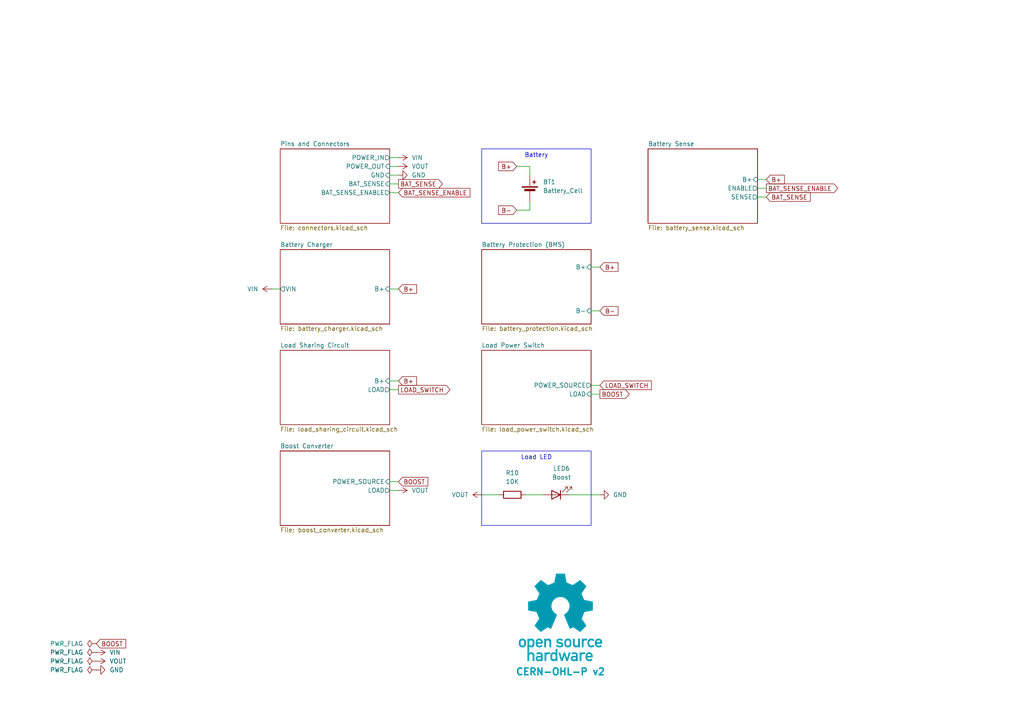
<source format=kicad_sch>
(kicad_sch (version 20231120) (generator "eeschema") (generator_version "8.0")
  (paper "A4")
  (lib_symbols
    (symbol "Device:Battery_Cell" (pin_numbers hide) (pin_names (offset 0) hide)
      (property "Reference" "BT" (at 2.54 2.54 0))
      (property "Value" "Battery_Cell" (at 2.54 0 0))
      (symbol "Battery_Cell_0_1"
        (rectangle (start -2.286 1.778) (end 2.286 1.524) (fill (type outline)))
        (rectangle (start -1.524 1.016) (end 1.524 0.508) (fill (type outline)))
        (polyline (pts (xy 0 0.762) (xy 0 0)))
        (polyline (pts (xy 0 1.778) (xy 0 2.54)))
        (polyline (pts (xy 0.762 3.048) (xy 1.778 3.048)) (stroke (width 0.254)))
        (polyline (pts (xy 1.27 3.556) (xy 1.27 2.54)) (stroke (width 0.254)))
      )
      (symbol "Battery_Cell_1_1"
        (pin passive line (at 0 5.08 270) (length 2.54) (name "+") (number "1"))
        (pin passive line (at 0 -2.54 90) (length 2.54) (name "-") (number "2"))
      )
    )
    (symbol "Device:LED" (pin_numbers hide) (pin_names (offset 1.016) hide)
      (property "Reference" "D" (at 0 2.54 0))
      (property "Value" "LED" (at 0 -2.54 0))
      (symbol "LED_0_1"
        (polyline (pts (xy -1.27 -1.27) (xy -1.27 1.27)) (stroke (width 0.254)))
        (polyline (pts (xy -1.27 0) (xy 1.27 0)))
        (polyline (pts (xy 1.27 -1.27) (xy 1.27 1.27) (xy -1.27 0) (xy 1.27 -1.27)) (stroke (width 0.254)))
        (polyline (pts (xy -3.048 -0.762) (xy -4.572 -2.286) (xy -3.81 -2.286) (xy -4.572 -2.286) (xy -4.572 -1.524)))
        (polyline (pts (xy -1.778 -0.762) (xy -3.302 -2.286) (xy -2.54 -2.286) (xy -3.302 -2.286) (xy -3.302 -1.524)))
      )
      (symbol "LED_1_1"
        (pin passive line (at -3.81 0 0) (length 2.54) (name "K") (number "1"))
        (pin passive line (at 3.81 0 180) (length 2.54) (name "A") (number "2"))
      )
    )
    (symbol "Device:R" (pin_numbers hide) (pin_names (offset 0))
      (property "Reference" "R" (at 2.032 0 90))
      (property "Value" "R" (at 0 0 90))
      (symbol "R_0_1"
        (rectangle (start -1.016 -2.54) (end 1.016 2.54) (stroke (width 0.254)))
      )
      (symbol "R_1_1"
        (pin passive line (at 0 3.81 270) (length 1.27) (name "~") (number "1"))
        (pin passive line (at 0 -3.81 90) (length 1.27) (name "~") (number "2"))
      )
    )
    (symbol "power:+5V" (power) (pin_numbers hide) (pin_names (offset 0) hide)
      (property "Value" "+5V" (at 0 3.556 0))
      (symbol "+5V_0_1"
        (polyline (pts (xy -0.762 1.27) (xy 0 2.54)))
        (polyline (pts (xy 0 0) (xy 0 2.54)))
        (polyline (pts (xy 0 2.54) (xy 0.762 1.27)))
      )
      (symbol "+5V_1_1"
        (pin power_in line (at 0 0 90) (length 0) (name "~") (number "1"))
      )
    )
    (symbol "power:GND" (power) (pin_numbers hide) (pin_names (offset 0) hide)
      (property "Value" "GND" (at 0 -3.81 0))
      (symbol "GND_0_1"
        (polyline (pts (xy 0 0) (xy 0 -1.27) (xy 1.27 -1.27) (xy 0 -2.54) (xy -1.27 -1.27) (xy 0 -1.27)))
      )
      (symbol "GND_1_1"
        (pin power_in line (at 0 0 270) (length 0) (name "~") (number "1"))
      )
    )
    (symbol "power:PWR_FLAG" (power) (pin_numbers hide) (pin_names (offset 0) hide)
      (property "Value" "PWR_FLAG" (at 0 3.81 0))
      (symbol "PWR_FLAG_0_0"
        (pin power_out line (at 0 0 90) (length 0) (name "~") (number "1"))
      )
      (symbol "PWR_FLAG_0_1"
        (polyline (pts (xy 0 0) (xy 0 1.27) (xy -1.016 1.905) (xy 0 2.54) (xy 1.016 1.905) (xy 0 1.27)))
      )
    )
    (symbol "power:VCC" (power) (pin_numbers hide) (pin_names (offset 0) hide)
      (property "Value" "VCC" (at 0 3.556 0))
      (symbol "VCC_0_1"
        (polyline (pts (xy -0.762 1.27) (xy 0 2.54)))
        (polyline (pts (xy 0 0) (xy 0 2.54)))
        (polyline (pts (xy 0 2.54) (xy 0.762 1.27)))
      )
      (symbol "VCC_1_1"
        (pin power_in line (at 0 0 90) (length 0) (name "~") (number "1"))
      )
    )
  )
  (wire (pts (xy 78.74 83.82) (xy 81.28 83.82)))
  (wire (pts (xy 219.71 52.07) (xy 222.25 52.07)))
  (wire (pts (xy 115.57 48.26) (xy 113.03 48.26)))
  (wire (pts (xy 139.7 143.51) (xy 144.78 143.51)))
  (wire (pts (xy 152.4 143.51) (xy 157.48 143.51)))
  (wire (pts (xy 219.71 54.61) (xy 222.25 54.61)))
  (wire (pts (xy 115.57 55.88) (xy 113.03 55.88)))
  (wire (pts (xy 115.57 139.7) (xy 113.03 139.7)))
  (wire (pts (xy 173.99 114.3) (xy 171.45 114.3)))
  (wire (pts (xy 115.57 53.34) (xy 113.03 53.34)))
  (wire (pts (xy 173.99 77.47) (xy 171.45 77.47)))
  (wire (pts (xy 115.57 45.72) (xy 113.03 45.72)))
  (wire (pts (xy 115.57 50.8) (xy 113.03 50.8)))
  (wire (pts (xy 173.99 143.51) (xy 165.1 143.51)))
  (wire (pts (xy 115.57 142.24) (xy 113.03 142.24)))
  (wire (pts (xy 149.86 48.26) (xy 153.67 48.26)))
  (wire (pts (xy 113.03 83.82) (xy 115.57 83.82)))
  (wire (pts (xy 173.99 111.76) (xy 171.45 111.76)))
  (wire (pts (xy 219.71 57.15) (xy 222.25 57.15)))
  (wire (pts (xy 153.67 60.96) (xy 149.86 60.96)))
  (wire (pts (xy 115.57 110.49) (xy 113.03 110.49)))
  (wire (pts (xy 153.67 48.26) (xy 153.67 50.8)))
  (wire (pts (xy 173.99 90.17) (xy 171.45 90.17)))
  (wire (pts (xy 153.67 60.96) (xy 153.67 58.42)))
  (wire (pts (xy 115.57 113.03) (xy 113.03 113.03)))
  (image (at 162.56 179.07) (scale 0.37481))
  (text_box "Battery" (at 139.7 43.18 0) (size 31.75 21.59) (effects (font (size 1.27 1.27)) (justify top)))
  (text_box "Load LED" (at 139.7 130.81 0) (size 31.75 21.59) (effects (font (size 1.27 1.27)) (justify top)))
  (text "CERN-OHL-P v2" (at 162.56 195.072 0) (effects (font (size 2 2) (thickness 0.4) (bold yes))))
  (global_label "BOOST" (shape input) (at 115.57 139.7 0) (property "Intersheetrefs" "${INTERSHEET_REFS}" (effects (hide yes))))
  (global_label "B+" (shape input) (at 149.86 48.26 180) (property "Intersheetrefs" "${INTERSHEET_REFS}" (effects (hide yes))))
  (global_label "BAT_SENSE" (shape input) (at 222.25 57.15 0) (property "Intersheetrefs" "${INTERSHEET_REFS}" (effects (hide yes))))
  (global_label "B+" (shape input) (at 115.57 83.82 0) (property "Intersheetrefs" "${INTERSHEET_REFS}" (effects (hide yes))))
  (global_label "B+" (shape input) (at 222.25 52.07 0) (property "Intersheetrefs" "${INTERSHEET_REFS}" (effects (hide yes))))
  (global_label "LOAD_SWITCH" (shape input) (at 173.99 111.76 0) (property "Intersheetrefs" "${INTERSHEET_REFS}" (effects (hide yes))))
  (global_label "BOOST" (shape output) (at 173.99 114.3 0) (property "Intersheetrefs" "${INTERSHEET_REFS}" (effects (hide yes))))
  (global_label "BAT_SENSE_ENABLE" (shape output) (at 222.25 54.61 0) (property "Intersheetrefs" "${INTERSHEET_REFS}" (effects (hide yes))))
  (global_label "BAT_SENSE" (shape output) (at 115.57 53.34 0) (property "Intersheetrefs" "${INTERSHEET_REFS}" (effects (hide yes))))
  (global_label "B-" (shape input) (at 173.99 90.17 0) (property "Intersheetrefs" "${INTERSHEET_REFS}" (effects (hide yes))))
  (global_label "LOAD_SWITCH" (shape output) (at 115.57 113.03 0) (property "Intersheetrefs" "${INTERSHEET_REFS}" (effects (hide yes))))
  (global_label "B+" (shape input) (at 173.99 77.47 0) (property "Intersheetrefs" "${INTERSHEET_REFS}" (effects (hide yes))))
  (global_label "B-" (shape input) (at 149.86 60.96 180) (property "Intersheetrefs" "${INTERSHEET_REFS}" (effects (hide yes))))
  (global_label "BAT_SENSE_ENABLE" (shape input) (at 115.57 55.88 0) (property "Intersheetrefs" "${INTERSHEET_REFS}" (effects (hide yes))))
  (global_label "B+" (shape input) (at 115.57 110.49 0) (property "Intersheetrefs" "${INTERSHEET_REFS}" (effects (hide yes))))
  (global_label "BOOST" (shape input) (at 27.94 186.69 0) (property "Intersheetrefs" "${INTERSHEET_REFS}" (effects (hide yes))))
  (symbol (lib_id "power:VCC") (at 115.57 45.72 270) (unit 1)
    (property "Reference" "#PWR014" (effects (hide yes)))
    (property "Value" "VIN" (at 119.38 45.7199 90) (effects (justify left)))
    (property "Description" "Power symbol creates a global label with name \"VCC\"" (effects (hide yes)))
  )
  (symbol (lib_id "power:VCC") (at 78.74 83.82 90) (unit 1)
    (property "Reference" "#PWR01" (effects (hide yes)))
    (property "Value" "VIN" (at 74.93 83.8199 90) (effects (justify left)))
    (property "Description" "Power symbol creates a global label with name \"VCC\"" (effects (hide yes)))
  )
  (symbol (lib_id "power:+5V") (at 115.57 48.26 270) (unit 1)
    (property "Reference" "#PWR015" (effects (hide yes)))
    (property "Value" "VOUT" (at 119.38 48.2599 90) (effects (justify left)))
    (property "Description" "Power symbol creates a global label with name \"+5V\"" (effects (hide yes)))
  )
  (symbol (lib_id "Device:R") (at 148.59 143.51 90) (mirror x) (unit 1)
    (property "Reference" "R10" (at 148.59 137.16 90))
    (property "Value" "10K" (at 148.59 139.7 90))
    (property "Footprint" "Resistor_SMD:R_0402_1005Metric" (effects (hide yes)))
    (property "Description" "Resistor" (effects (hide yes)))
    (property "LCSC Part" "C25744" (effects (hide yes)))
  )
  (symbol (lib_id "power:PWR_FLAG") (at 27.94 191.77 90) (unit 1)
    (property "Reference" "#FLG02" (effects (hide yes)))
    (property "Value" "PWR_FLAG" (at 24.13 191.7699 90) (effects (justify left)))
    (property "Description" "Special symbol for telling ERC where power comes from" (effects (hide yes)))
  )
  (symbol (lib_id "power:GND") (at 27.94 194.31 90) (unit 1)
    (property "Reference" "#PWR021" (effects (hide yes)))
    (property "Value" "GND" (at 31.75 194.31 90) (effects (justify right)))
    (property "Description" "Power symbol creates a global label with name \"GND\" , ground" (effects (hide yes)))
  )
  (symbol (lib_id "Device:Battery_Cell") (at 153.67 55.88 0) (unit 1)
    (property "Reference" "BT1" (at 157.48 52.7684 0) (effects (justify left)))
    (property "Value" "Battery_Cell" (at 157.48 55.3084 0) (effects (justify left)))
    (property "Footprint" "custom:JST_XH_S2B-XH-2AW_1x02_P2.50mm_pad2gnd_trim" (effects (hide yes)))
    (property "Description" "Single-cell battery" (effects (hide yes)))
  )
  (symbol (lib_id "power:+5V") (at 139.7 143.51 90) (unit 1)
    (property "Reference" "#PWR017" (effects (hide yes)))
    (property "Value" "VOUT" (at 135.89 143.5099 90) (effects (justify left)))
    (property "Description" "Power symbol creates a global label with name \"+5V\"" (effects (hide yes)))
  )
  (symbol (lib_id "power:GND") (at 115.57 50.8 90) (unit 1)
    (property "Reference" "#PWR05" (effects (hide yes)))
    (property "Value" "GND" (at 119.38 50.8 90) (effects (justify right)))
    (property "Description" "Power symbol creates a global label with name \"GND\" , ground" (effects (hide yes)))
  )
  (symbol (lib_id "power:GND") (at 173.99 143.51 90) (unit 1)
    (property "Reference" "#PWR012" (effects (hide yes)))
    (property "Value" "GND" (at 177.8 143.5099 90) (effects (justify right)))
    (property "Description" "Power symbol creates a global label with name \"GND\" , ground" (effects (hide yes)))
  )
  (symbol (lib_id "power:PWR_FLAG") (at 27.94 194.31 90) (unit 1)
    (property "Reference" "#FLG01" (effects (hide yes)))
    (property "Value" "PWR_FLAG" (at 24.13 194.3099 90) (effects (justify left)))
    (property "Description" "Special symbol for telling ERC where power comes from" (effects (hide yes)))
  )
  (symbol (lib_id "power:+5V") (at 27.94 191.77 270) (unit 1)
    (property "Reference" "#PWR020" (effects (hide yes)))
    (property "Value" "VOUT" (at 31.75 191.7699 90) (effects (justify left)))
    (property "Description" "Power symbol creates a global label with name \"+5V\"" (effects (hide yes)))
  )
  (symbol (lib_id "Device:LED") (at 161.29 143.51 180) (unit 1)
    (property "Reference" "LED6" (at 162.8775 135.89 0))
    (property "Value" "Boost" (at 162.8775 138.43 0))
    (property "Footprint" "custom:LED_0805_2012Metric_Pad1.15x1.40mm_HandSolder_simple" (effects (hide yes)))
    (property "Description" "Light emitting diode" (effects (hide yes)))
  )
  (symbol (lib_id "power:PWR_FLAG") (at 27.94 189.23 90) (unit 1)
    (property "Reference" "#FLG03" (effects (hide yes)))
    (property "Value" "PWR_FLAG" (at 24.13 189.2299 90) (effects (justify left)))
    (property "Description" "Special symbol for telling ERC where power comes from" (effects (hide yes)))
  )
  (symbol (lib_id "power:VCC") (at 27.94 189.23 270) (unit 1)
    (property "Reference" "#PWR019" (effects (hide yes)))
    (property "Value" "VIN" (at 31.75 189.23 90) (effects (justify left)))
    (property "Description" "Power symbol creates a global label with name \"VCC\"" (effects (hide yes)))
  )
  (symbol (lib_id "power:+5V") (at 115.57 142.24 270) (unit 1)
    (property "Reference" "#PWR013" (effects (hide yes)))
    (property "Value" "VOUT" (at 119.38 142.2399 90) (effects (justify left)))
    (property "Description" "Power symbol creates a global label with name \"+5V\"" (effects (hide yes)))
  )
  (symbol (lib_id "power:PWR_FLAG") (at 27.94 186.69 90) (unit 1)
    (property "Reference" "#FLG04" (effects (hide yes)))
    (property "Value" "PWR_FLAG" (at 24.13 186.6899 90) (effects (justify left)))
    (property "Description" "Special symbol for telling ERC where power comes from" (effects (hide yes)))
  )
  (sheet (at 187.96 43.18) (size 31.75 21.59) (stroke (width 0.1524))
    (property "Sheetname" "Battery Sense" (at 187.96 42.4684 0) (effects (justify left bottom)))
    (property "Sheetfile" "battery_sense.kicad_sch" (at 187.96 65.3546 0) (effects (justify left top)))
    (pin "SENSE" output (at 219.71 57.15 0))
    (pin "ENABLE" output (at 219.71 54.61 0))
    (pin "B+" input (at 219.71 52.07 0))
  )
  (sheet (at 81.28 72.39) (size 31.75 21.59) (stroke (width 0.1524))
    (property "Sheetname" "Battery Charger" (at 81.28 71.6784 0) (effects (justify left bottom)))
    (property "Sheetfile" "battery_charger.kicad_sch" (at 81.28 94.5646 0) (effects (justify left top)))
    (pin "B+" input (at 113.03 83.82 0))
    (pin "VIN" output (at 81.28 83.82 180))
  )
  (sheet (at 139.7 72.39) (size 31.75 21.59) (stroke (width 0.1524))
    (property "Sheetname" "Battery Protection (BMS)" (at 139.7 71.6784 0) (effects (justify left bottom)))
    (property "Sheetfile" "battery_protection.kicad_sch" (at 139.7 94.5646 0) (effects (justify left top)))
    (pin "B+" input (at 171.45 77.47 0))
    (pin "B-" input (at 171.45 90.17 0))
  )
  (sheet (at 139.7 101.6) (size 31.75 21.59) (stroke (width 0.1524))
    (property "Sheetname" "Load Power Switch" (at 139.7 100.8884 0) (effects (justify left bottom)))
    (property "Sheetfile" "load_power_switch.kicad_sch" (at 139.7 123.7746 0) (effects (justify left top)))
    (pin "LOAD" input (at 171.45 114.3 0))
    (pin "POWER_SOURCE" output (at 171.45 111.76 0))
  )
  (sheet (at 81.28 101.6) (size 31.75 21.59) (stroke (width 0.1524))
    (property "Sheetname" "Load Sharing Circuit" (at 81.28 100.8884 0) (effects (justify left bottom)))
    (property "Sheetfile" "load_sharing_circuit.kicad_sch" (at 81.28 123.7746 0) (effects (justify left top)))
    (pin "B+" input (at 113.03 110.49 0))
    (pin "LOAD" output (at 113.03 113.03 0))
  )
  (sheet (at 81.28 130.81) (size 31.75 21.59) (stroke (width 0.1524))
    (property "Sheetname" "Boost Converter" (at 81.28 130.0984 0) (effects (justify left bottom)))
    (property "Sheetfile" "boost_converter.kicad_sch" (at 81.28 152.9846 0) (effects (justify left top)))
    (pin "POWER_SOURCE" input (at 113.03 139.7 0))
    (pin "LOAD" output (at 113.03 142.24 0))
  )
  (sheet (at 81.28 43.18) (size 31.75 21.59) (stroke (width 0.1524))
    (property "Sheetname" "Pins and Connectors" (at 81.28 42.4684 0) (effects (justify left bottom)))
    (property "Sheetfile" "connectors.kicad_sch" (at 81.28 65.3546 0) (effects (justify left top)))
    (pin "POWER_IN" output (at 113.03 45.72 0))
    (pin "POWER_OUT" input (at 113.03 48.26 0))
    (pin "GND" input (at 113.03 50.8 0))
    (pin "BAT_SENSE" input (at 113.03 53.34 0))
    (pin "BAT_SENSE_ENABLE" output (at 113.03 55.88 0))
  )
)
</source>
